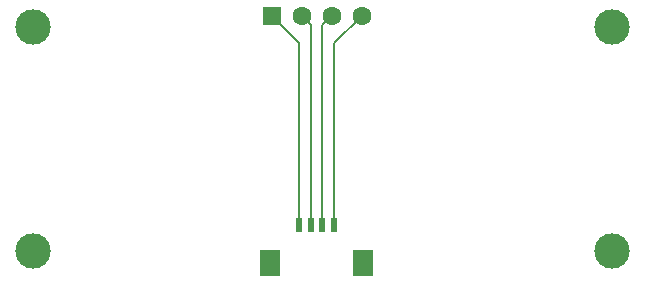
<source format=gbl>
G04*
G04 #@! TF.GenerationSoftware,Altium Limited,Altium Designer,23.9.2 (47)*
G04*
G04 Layer_Physical_Order=2*
G04 Layer_Color=16711680*
%FSLAX44Y44*%
%MOMM*%
G71*
G04*
G04 #@! TF.SameCoordinates,A9C3D319-5A17-451D-A4C5-16098FC82B81*
G04*
G04*
G04 #@! TF.FilePolarity,Positive*
G04*
G01*
G75*
%ADD19C,0.2040*%
%ADD20C,1.6000*%
%ADD21R,1.6000X1.6000*%
%ADD22C,3.0000*%
%ADD23R,1.8000X2.2000*%
%ADD24R,0.6000X1.3000*%
D19*
X285000Y52291D02*
Y206251D01*
X308100Y229351D01*
X275000Y52291D02*
Y221651D01*
X282700Y229351D01*
X255000Y52291D02*
Y206251D01*
X231900Y229351D02*
X255000Y206251D01*
X265000Y52291D02*
Y221651D01*
X257300Y229351D02*
X265000Y221651D01*
D20*
X308100Y229351D02*
D03*
X282700D02*
D03*
X257300D02*
D03*
D21*
X231900D02*
D03*
D22*
X520000Y30000D02*
D03*
Y220000D02*
D03*
X30000D02*
D03*
Y30000D02*
D03*
D23*
X309000Y19791D02*
D03*
X231000D02*
D03*
D24*
X255000Y52291D02*
D03*
X265000D02*
D03*
X275000D02*
D03*
X285000D02*
D03*
M02*

</source>
